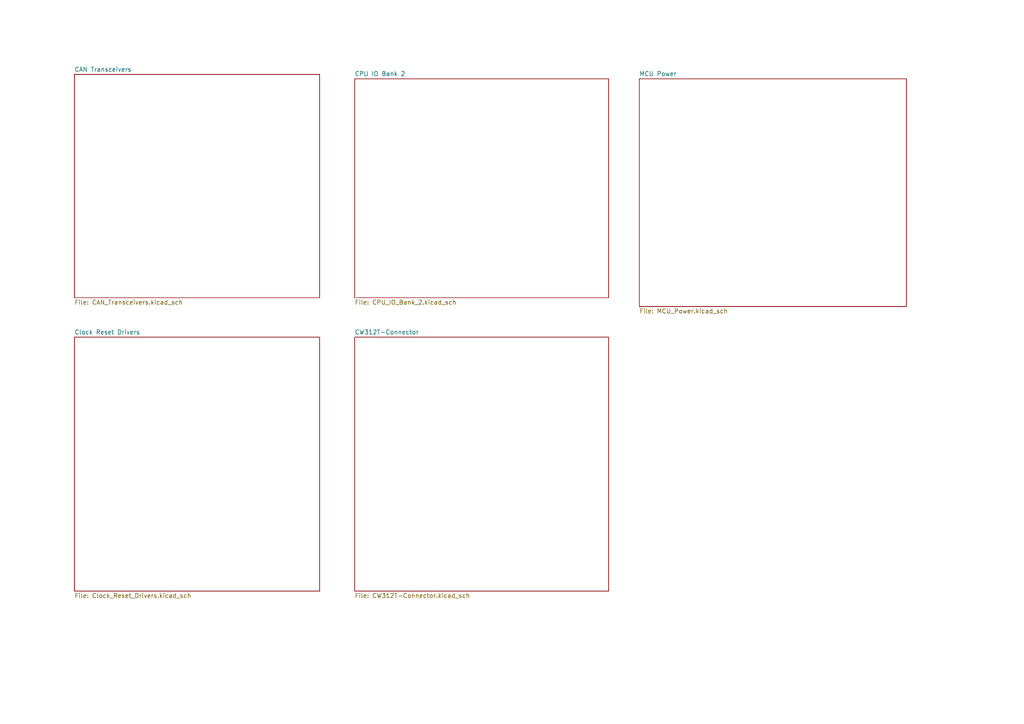
<source format=kicad_sch>
(kicad_sch
	(version 20231120)
	(generator "eeschema")
	(generator_version "8.0")
	(uuid "61ba16c4-94b2-4af1-8d5d-5bb0ae35f98e")
	(paper "A4")
	(lib_symbols)
	(sheet
		(at 21.59 97.79)
		(size 71.12 73.66)
		(fields_autoplaced yes)
		(stroke
			(width 0.1524)
			(type solid)
		)
		(fill
			(color 0 0 0 0.0000)
		)
		(uuid "204d5726-82d5-46a8-ac23-59e2693d7cc1")
		(property "Sheetname" "Clock Reset Drivers"
			(at 21.59 97.0784 0)
			(effects
				(font
					(size 1.27 1.27)
				)
				(justify left bottom)
			)
		)
		(property "Sheetfile" "Clock_Reset_Drivers.kicad_sch"
			(at 21.59 172.0346 0)
			(effects
				(font
					(size 1.27 1.27)
				)
				(justify left top)
			)
		)
		(instances
			(project "CW312T-MPC5676R"
				(path "/61ba16c4-94b2-4af1-8d5d-5bb0ae35f98e"
					(page "3")
				)
			)
		)
	)
	(sheet
		(at 102.87 22.86)
		(size 73.66 63.5)
		(fields_autoplaced yes)
		(stroke
			(width 0.1524)
			(type solid)
		)
		(fill
			(color 0 0 0 0.0000)
		)
		(uuid "b0d3ee0f-c02d-44f7-9c80-ad9f8d717963")
		(property "Sheetname" "CPU IO Bank 2"
			(at 102.87 22.1484 0)
			(effects
				(font
					(size 1.27 1.27)
				)
				(justify left bottom)
			)
		)
		(property "Sheetfile" "CPU_IO_Bank_2.kicad_sch"
			(at 102.87 86.9446 0)
			(effects
				(font
					(size 1.27 1.27)
				)
				(justify left top)
			)
		)
		(instances
			(project "CW312T-MPC5676R"
				(path "/61ba16c4-94b2-4af1-8d5d-5bb0ae35f98e"
					(page "4")
				)
			)
		)
	)
	(sheet
		(at 102.87 97.79)
		(size 73.66 73.66)
		(fields_autoplaced yes)
		(stroke
			(width 0.1524)
			(type solid)
		)
		(fill
			(color 0 0 0 0.0000)
		)
		(uuid "bc003759-8a72-4396-922a-2d893c508095")
		(property "Sheetname" "CW312T-Connector"
			(at 102.87 97.0784 0)
			(effects
				(font
					(size 1.27 1.27)
				)
				(justify left bottom)
			)
		)
		(property "Sheetfile" "CW312T-Connector.kicad_sch"
			(at 102.87 172.0346 0)
			(effects
				(font
					(size 1.27 1.27)
				)
				(justify left top)
			)
		)
		(instances
			(project "CW312T-MPC5676R"
				(path "/61ba16c4-94b2-4af1-8d5d-5bb0ae35f98e"
					(page "5")
				)
			)
		)
	)
	(sheet
		(at 185.42 22.86)
		(size 77.47 66.04)
		(fields_autoplaced yes)
		(stroke
			(width 0.1524)
			(type solid)
		)
		(fill
			(color 0 0 0 0.0000)
		)
		(uuid "bcdd21f4-84e2-4a43-85aa-f99fe951ab44")
		(property "Sheetname" "MCU Power"
			(at 185.42 22.1484 0)
			(effects
				(font
					(size 1.27 1.27)
				)
				(justify left bottom)
			)
		)
		(property "Sheetfile" "MCU_Power.kicad_sch"
			(at 185.42 89.4846 0)
			(effects
				(font
					(size 1.27 1.27)
				)
				(justify left top)
			)
		)
		(instances
			(project "CW312T-MPC5676R"
				(path "/61ba16c4-94b2-4af1-8d5d-5bb0ae35f98e"
					(page "6")
				)
			)
		)
	)
	(sheet
		(at 21.59 21.59)
		(size 71.12 64.77)
		(fields_autoplaced yes)
		(stroke
			(width 0.1524)
			(type solid)
		)
		(fill
			(color 0 0 0 0.0000)
		)
		(uuid "e3d699d5-b6d4-48c2-aef5-d7766bd28865")
		(property "Sheetname" "CAN Transceivers"
			(at 21.59 20.8784 0)
			(effects
				(font
					(size 1.27 1.27)
				)
				(justify left bottom)
			)
		)
		(property "Sheetfile" "CAN_Transceivers.kicad_sch"
			(at 21.59 86.9446 0)
			(effects
				(font
					(size 1.27 1.27)
				)
				(justify left top)
			)
		)
		(instances
			(project "CW312T-MPC5676R"
				(path "/61ba16c4-94b2-4af1-8d5d-5bb0ae35f98e"
					(page "2")
				)
			)
		)
	)
	(sheet_instances
		(path "/"
			(page "1")
		)
	)
)

</source>
